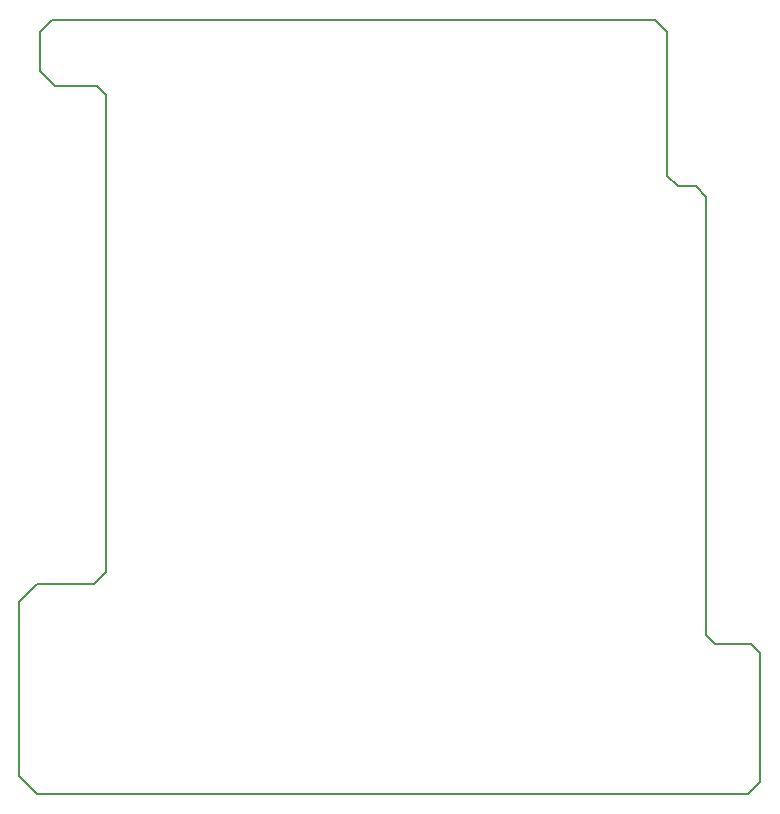
<source format=gbr>
G04 #@! TF.FileFunction,Profile,NP*
%FSLAX46Y46*%
G04 Gerber Fmt 4.6, Leading zero omitted, Abs format (unit mm)*
G04 Created by KiCad (PCBNEW 4.0.6) date 05/21/18 12:18:21*
%MOMM*%
%LPD*%
G01*
G04 APERTURE LIST*
%ADD10C,0.100000*%
%ADD11C,0.150000*%
G04 APERTURE END LIST*
D10*
D11*
X179832000Y-88011000D02*
X179832000Y-125095000D01*
X178943000Y-87122000D02*
X179832000Y-88011000D01*
X177419000Y-87122000D02*
X178943000Y-87122000D01*
X176530000Y-86233000D02*
X177419000Y-87122000D01*
X176530000Y-74041000D02*
X176530000Y-86233000D01*
X128016000Y-120777000D02*
X123190000Y-120777000D01*
X129032000Y-119761000D02*
X128016000Y-120777000D01*
X129032000Y-79375000D02*
X129032000Y-119761000D01*
X128270000Y-78613000D02*
X129032000Y-79375000D01*
X123444000Y-77343000D02*
X123444000Y-74041000D01*
X124714000Y-78613000D02*
X123444000Y-77343000D01*
X128270000Y-78613000D02*
X124714000Y-78613000D01*
X180594000Y-125857000D02*
X179832000Y-125095000D01*
X183642000Y-125857000D02*
X180594000Y-125857000D01*
X183388000Y-138557000D02*
X175768000Y-138557000D01*
X184404000Y-137541000D02*
X183388000Y-138557000D01*
X184404000Y-126619000D02*
X184404000Y-137541000D01*
X183642000Y-125857000D02*
X184404000Y-126619000D01*
X175514000Y-73025000D02*
X176530000Y-74041000D01*
X175768000Y-138557000D02*
X123190000Y-138557000D01*
X123190000Y-138557000D02*
X121666000Y-137033000D01*
X124460000Y-73025000D02*
X175514000Y-73025000D01*
X123444000Y-74041000D02*
X124460000Y-73025000D01*
X121666000Y-137033000D02*
X121666000Y-122301000D01*
X121666000Y-122301000D02*
X123190000Y-120777000D01*
M02*

</source>
